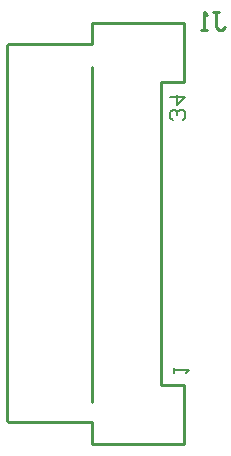
<source format=gbo>
%FSLAX23Y23*%
%MOIN*%
G70*
G01*
G75*
G04 Layer_Color=32896*
%ADD10R,0.118X0.018*%
%ADD11C,0.010*%
%ADD12C,0.050*%
%ADD13R,0.050X0.050*%
%ADD14C,0.090*%
%ADD15C,0.024*%
%ADD16R,0.118X0.018*%
%ADD17C,0.008*%
D11*
X9837Y9651D02*
Y10769D01*
X9553Y10214D02*
Y10840D01*
X9557Y10844D01*
X9837D01*
Y10915D01*
X10144D01*
Y10718D02*
Y10915D01*
X10065Y10718D02*
X10144D01*
X10065Y10214D02*
Y10718D01*
X9557Y9584D02*
X9837D01*
X10065Y9710D02*
Y10214D01*
X9553Y9588D02*
Y10214D01*
X9837Y9513D02*
Y9584D01*
Y9513D02*
X10144D01*
Y9710D01*
X10065D02*
X10144D01*
X10238Y10951D02*
X10258D01*
X10248D01*
Y10901D01*
X10258Y10891D01*
X10268D01*
X10278Y10901D01*
X10218Y10891D02*
X10198D01*
X10208D01*
Y10951D01*
X10218Y10941D01*
D17*
X10138Y10592D02*
X10146Y10600D01*
Y10617D01*
X10138Y10625D01*
X10130D01*
X10121Y10617D01*
Y10609D01*
Y10617D01*
X10113Y10625D01*
X10105D01*
X10096Y10617D01*
Y10600D01*
X10105Y10592D01*
X10096Y10667D02*
X10146D01*
X10121Y10642D01*
Y10675D01*
X10108Y9749D02*
Y9766D01*
Y9758D01*
X10158D01*
X10150Y9749D01*
M02*

</source>
